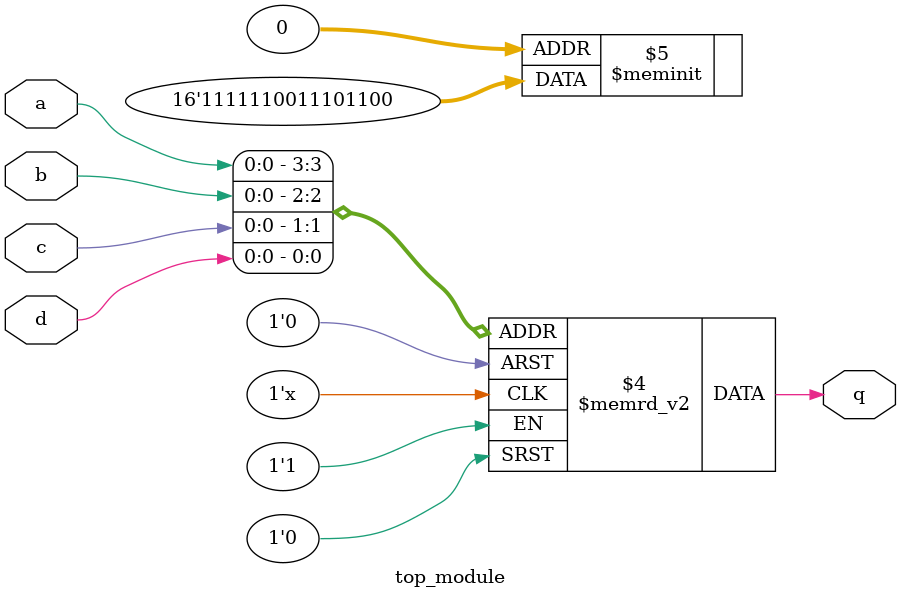
<source format=sv>
module top_module (
    input a, 
    input b, 
    input c, 
    input d,
    output reg q
);

    always @(*) begin
        case({a, b, c, d})
            4'b0000: q = 1'b0;
            4'b0001: q = 1'b0;
            4'b0010: q = 1'b1;
            4'b0011: q = 1'b1;
            4'b0100: q = 1'b0; // Fix
            4'b0101: q = 1'b1;
            4'b0110: q = 1'b1;
            4'b0111: q = 1'b1;
            4'b1000: q = 1'b0; // Fix
            4'b1001: q = 1'b0;
            4'b1010: q = 1'b1;
            4'b1011: q = 1'b1;
            4'b1100: q = 1'b1;
            4'b1101: q = 1'b1;
            4'b1110: q = 1'b1;
            4'b1111: q = 1'b1;
            default: q = 1'b0;
        endcase
    end
    
endmodule

</source>
